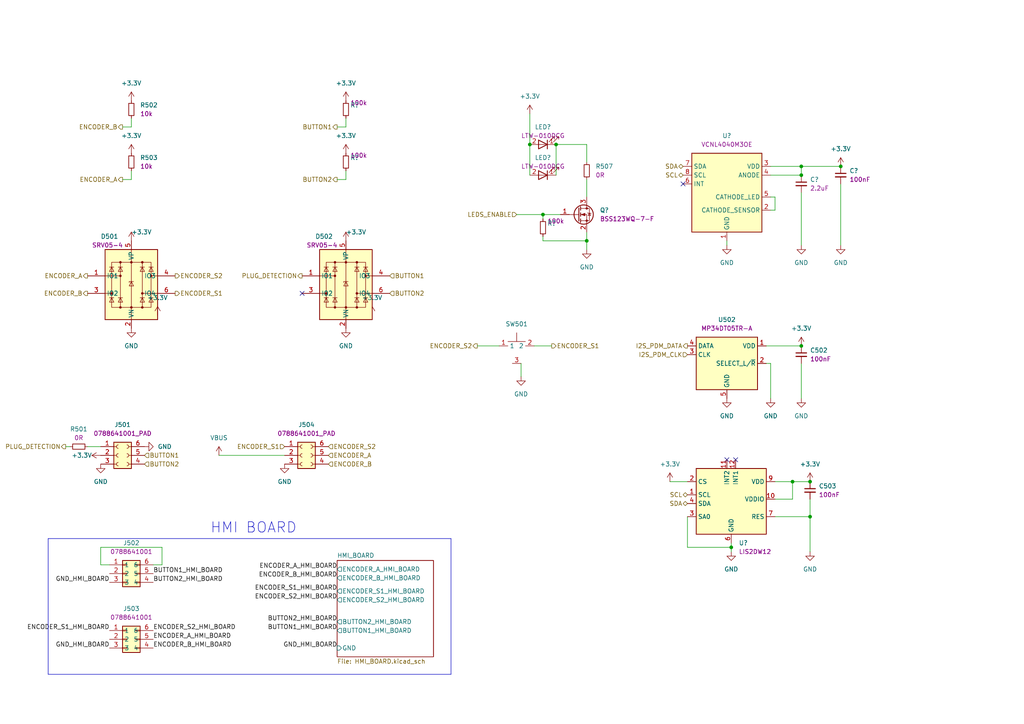
<source format=kicad_sch>
(kicad_sch (version 20230121) (generator eeschema)
  (paper "A4")
  (lib_symbols
    (symbol ".mounted-lib:C_0402_100nF_50V_X7R_10%" (pin_numbers hide)
      (property "Reference" "C?" (at 1.905 0 0))
      (property "DisplayValue" "100nF" (at 1.905 1.905 0))
      (symbol "C_0402_100nF_50V_X7R_10%_0_1"
        (polyline (pts (xy -1.524 -0.508) (xy 1.524 -0.508)) (stroke (width 0.3302)))
        (polyline (pts (xy -1.524 0.508) (xy 1.524 0.508)) (stroke (width 0.3048)))
      )
      (symbol "C_0402_100nF_50V_X7R_10%_1_1"
        (pin passive line (at 0 2.54 270) (length 2.032) (name "~") (number "1"))
        (pin passive line (at 0 -2.54 90) (length 2.032) (name "~") (number "2"))
      )
    )
    (symbol ".mounted-lib:C_0603_2.2uF_10V_X7R_10%" (pin_numbers hide)
      (property "Reference" "C?" (at 1.905 0 0))
      (property "DisplayValue" "2.2uF" (at 1.905 1.905 0))
      (symbol "C_0603_2.2uF_10V_X7R_10%_0_1"
        (polyline (pts (xy -1.524 -0.508) (xy 1.524 -0.508)) (stroke (width 0.3302)))
        (polyline (pts (xy -1.524 0.508) (xy 1.524 0.508)) (stroke (width 0.3048)))
      )
      (symbol "C_0603_2.2uF_10V_X7R_10%_1_1"
        (pin passive line (at 0 2.54 270) (length 2.032) (name "~") (number "1"))
        (pin passive line (at 0 -2.54 90) (length 2.032) (name "~") (number "2"))
      )
    )
    (symbol ".mounted-lib:D_SRV05-4"
      (property "Reference" "D?" (at 1.27 6.35 0))
      (property "DisplayValue" "SRV05-4" (at 10.16 -7.62 0))
      (symbol "D_SRV05-4_0_0"
        (rectangle (start -5.715 6.477) (end 5.715 -6.604))
        (polyline (pts (xy -3.175 -6.604) (xy -3.175 6.477)))
        (polyline (pts (xy 3.175 6.477) (xy 3.175 -6.604)))
      )
      (symbol "D_SRV05-4_0_1"
        (rectangle (start -7.62 10.16) (end 7.62 -10.16) (stroke (width 0.254)) (fill (type background)))
        (circle (center -5.715 -2.54) (radius 0.2794) (fill (type outline)))
        (circle (center -3.175 -6.604) (radius 0.2794) (fill (type outline)))
        (circle (center -3.175 2.54) (radius 0.2794) (fill (type outline)))
        (circle (center -3.175 6.477) (radius 0.2794) (fill (type outline)))
        (circle (center 0 -6.604) (radius 0.2794) (fill (type outline)))
        (polyline (pts (xy -7.747 2.54) (xy -3.175 2.54)))
        (polyline (pts (xy -7.62 -2.54) (xy -5.715 -2.54)))
        (polyline (pts (xy -5.08 -3.81) (xy -6.35 -3.81)))
        (polyline (pts (xy -5.08 5.08) (xy -6.35 5.08)))
        (polyline (pts (xy -2.54 -3.81) (xy -3.81 -3.81)))
        (polyline (pts (xy -2.54 5.08) (xy -3.81 5.08)))
        (polyline (pts (xy 0 10.16) (xy 0 -10.16)))
        (polyline (pts (xy 3.81 -3.81) (xy 2.54 -3.81)))
        (polyline (pts (xy 3.81 5.08) (xy 2.54 5.08)))
        (polyline (pts (xy 6.35 -3.81) (xy 5.08 -3.81)))
        (polyline (pts (xy 6.35 5.08) (xy 5.08 5.08)))
        (polyline (pts (xy 7.62 -2.54) (xy 3.175 -2.54)))
        (polyline (pts (xy 7.62 2.54) (xy 5.715 2.54)))
        (polyline (pts (xy 0.635 0.889) (xy -0.635 0.889) (xy -0.635 0.635)))
        (polyline (pts (xy -5.08 -5.08) (xy -6.35 -5.08) (xy -5.715 -3.81) (xy -5.08 -5.08)))
        (polyline (pts (xy -5.08 3.81) (xy -6.35 3.81) (xy -5.715 5.08) (xy -5.08 3.81)))
        (polyline (pts (xy -2.54 -5.08) (xy -3.81 -5.08) (xy -3.175 -3.81) (xy -2.54 -5.08)))
        (polyline (pts (xy -2.54 3.81) (xy -3.81 3.81) (xy -3.175 5.08) (xy -2.54 3.81)))
        (polyline (pts (xy 0.635 -0.381) (xy -0.635 -0.381) (xy 0 0.889) (xy 0.635 -0.381)))
        (polyline (pts (xy 3.81 -5.08) (xy 2.54 -5.08) (xy 3.175 -3.81) (xy 3.81 -5.08)))
        (polyline (pts (xy 3.81 3.81) (xy 2.54 3.81) (xy 3.175 5.08) (xy 3.81 3.81)))
        (polyline (pts (xy 6.35 -5.08) (xy 5.08 -5.08) (xy 5.715 -3.81) (xy 6.35 -5.08)))
        (polyline (pts (xy 6.35 3.81) (xy 5.08 3.81) (xy 5.715 5.08) (xy 6.35 3.81)))
        (circle (center 0 6.477) (radius 0.2794) (fill (type outline)))
        (circle (center 3.175 -6.604) (radius 0.2794) (fill (type outline)))
        (circle (center 3.175 -2.54) (radius 0.2794) (fill (type outline)))
        (circle (center 3.175 6.477) (radius 0.2794) (fill (type outline)))
        (circle (center 5.715 2.54) (radius 0.2794) (fill (type outline)))
      )
      (symbol "D_SRV05-4_1_1"
        (pin passive line (at -12.7 2.54 0) (length 5.08) (name "IO1") (number "1"))
        (pin passive line (at 0 -12.7 90) (length 2.54) (name "VN") (number "2"))
        (pin passive line (at -12.7 -2.54 0) (length 5.08) (name "IO2") (number "3"))
        (pin passive line (at 12.7 2.54 180) (length 5.08) (name "IO3") (number "4"))
        (pin passive line (at 0 12.7 270) (length 2.54) (name "VP") (number "5"))
        (pin passive line (at 12.7 -2.54 180) (length 5.08) (name "IO4") (number "6"))
      )
    )
    (symbol ".mounted-lib:J_0788641001"
      (property "Reference" "J?" (at 0 7.62 0))
      (property "DisplayValue" "0788641001" (at 0 5.08 0))
      (symbol "J_0788641001_1_1"
        (rectangle (start -2.54 -2.413) (end -1.27 -2.667) (stroke (width 0.1524)))
        (rectangle (start -2.54 0.127) (end -1.27 -0.127) (stroke (width 0.1524)))
        (rectangle (start -2.54 2.667) (end -1.27 2.413) (stroke (width 0.1524)))
        (rectangle (start -2.54 3.81) (end 2.54 -3.81) (stroke (width 0.254)) (fill (type background)))
        (rectangle (start 2.54 -2.413) (end 1.27 -2.667) (stroke (width 0.1524)))
        (rectangle (start 2.54 0.127) (end 1.27 -0.127) (stroke (width 0.1524)))
        (rectangle (start 2.54 2.667) (end 1.27 2.413) (stroke (width 0.1524)))
        (pin passive line (at -6.35 2.54 0) (length 3.81) (name "1") (number "1"))
        (pin passive line (at -6.35 0 0) (length 3.81) (name "2") (number "2"))
        (pin passive line (at -6.35 -2.54 0) (length 3.81) (name "3") (number "3"))
        (pin passive line (at 6.35 -2.54 180) (length 3.81) (name "4") (number "4"))
        (pin passive line (at 6.35 0 180) (length 3.81) (name "5") (number "5"))
        (pin passive line (at 6.35 2.54 180) (length 3.81) (name "6") (number "6"))
      )
    )
    (symbol ".mounted-lib:J_0788641001_PAD" (in_bom no)
      (property "Reference" "J?" (at 0 7.62 0))
      (property "DisplayValue" "0788641001_PAD" (at 0 5.08 0))
      (symbol "J_0788641001_PAD_1_1"
        (rectangle (start -2.54 3.81) (end 2.54 -3.81) (stroke (width 0.254)) (fill (type background)))
        (arc (start -1.2722 0.508) (mid -1.778 0) (end -1.2722 -0.508) (stroke (width 0.1524)))
        (arc (start -1.2722 3.048) (mid -1.778 2.54) (end -1.2722 2.032) (stroke (width 0.1524)))
        (arc (start -1.27 -2.032) (mid -1.7758 -2.54) (end -1.27 -3.048) (stroke (width 0.1524)))
        (polyline (pts (xy -2.5422 0) (xy -1.7802 0)) (stroke (width 0.1524)))
        (polyline (pts (xy -2.5422 2.54) (xy -1.7802 2.54)) (stroke (width 0.1524)))
        (polyline (pts (xy -2.54 -2.54) (xy -1.778 -2.54)) (stroke (width 0.1524)))
        (polyline (pts (xy 2.54 0) (xy 1.778 0)) (stroke (width 0.1524)))
        (polyline (pts (xy 2.54 2.54) (xy 1.778 2.54)) (stroke (width 0.1524)))
        (polyline (pts (xy 2.5422 -2.54) (xy 1.7802 -2.54)) (stroke (width 0.1524)))
        (arc (start 1.27 -0.508) (mid 1.7758 0) (end 1.27 0.508) (stroke (width 0.1524)))
        (arc (start 1.27 2.032) (mid 1.7758 2.54) (end 1.27 3.048) (stroke (width 0.1524)))
        (arc (start 1.2722 -3.048) (mid 1.778 -2.54) (end 1.2722 -2.032) (stroke (width 0.1524)))
        (pin passive line (at -6.35 2.54 0) (length 3.81) (name "") (number "1"))
        (pin passive line (at -6.35 0 0) (length 3.81) (name "") (number "2"))
        (pin passive line (at -6.35 -2.54 0) (length 3.81) (name "") (number "3"))
        (pin passive line (at 6.35 -2.54 180) (length 3.81) (name "") (number "4"))
        (pin passive line (at 6.35 0 180) (length 3.81) (name "") (number "5"))
        (pin passive line (at 6.35 2.54 180) (length 3.81) (name "") (number "6"))
      )
    )
    (symbol ".mounted-lib:LED_LTW-010DCG" (pin_names hide)
      (property "Reference" "LED?" (at -5.08 7.62 0))
      (property "DisplayValue" "LTW-010DCG" (at -5.08 3.81 0))
      (symbol "LED_LTW-010DCG_0_1"
        (polyline (pts (xy 1.27 0) (xy -1.27 0)))
        (polyline (pts (xy 1.27 1.27) (xy 1.27 -1.27)) (stroke (width 0.254)))
        (polyline (pts (xy -1.27 1.27) (xy -1.27 -1.27) (xy 1.27 0) (xy -1.27 1.27)) (stroke (width 0.254)))
        (polyline (pts (xy 1.778 0.762) (xy 3.302 2.286) (xy 2.54 2.286) (xy 3.302 2.286) (xy 3.302 1.524)))
        (polyline (pts (xy 3.048 0.762) (xy 4.572 2.286) (xy 3.81 2.286) (xy 4.572 2.286) (xy 4.572 1.524)))
      )
      (symbol "LED_LTW-010DCG_1_1"
        (pin passive line (at 3.81 0 180) (length 2.54) (name "K") (number "1"))
        (pin passive line (at -3.81 0 0) (length 2.54) (name "A") (number "2"))
      )
    )
    (symbol ".mounted-lib:Q_BSS123WQ-7-F" (pin_names hide)
      (property "Reference" "Q?" (at 5.08 1.905 0))
      (property "DisplayValue" "BSS123WQ-7-F" (at 5.08 0 0))
      (symbol "Q_BSS123WQ-7-F_0_1"
        (polyline (pts (xy 0.254 0) (xy -2.54 0)))
        (polyline (pts (xy 0.254 1.905) (xy 0.254 -1.905)) (stroke (width 0.254)))
        (polyline (pts (xy 0.762 -1.27) (xy 0.762 -2.286)) (stroke (width 0.254)))
        (polyline (pts (xy 0.762 0.508) (xy 0.762 -0.508)) (stroke (width 0.254)))
        (polyline (pts (xy 0.762 2.286) (xy 0.762 1.27)) (stroke (width 0.254)))
        (polyline (pts (xy 2.54 2.54) (xy 2.54 1.778)))
        (polyline (pts (xy 2.54 -2.54) (xy 2.54 0) (xy 0.762 0)))
        (polyline (pts (xy 0.762 -1.778) (xy 3.302 -1.778) (xy 3.302 1.778) (xy 0.762 1.778)))
        (polyline (pts (xy 1.016 0) (xy 2.032 0.381) (xy 2.032 -0.381) (xy 1.016 0)) (fill (type outline)))
        (polyline (pts (xy 2.794 0.508) (xy 2.921 0.381) (xy 3.683 0.381) (xy 3.81 0.254)))
        (polyline (pts (xy 3.302 0.381) (xy 2.921 -0.254) (xy 3.683 -0.254) (xy 3.302 0.381)))
        (circle (center 1.651 0) (radius 2.794) (stroke (width 0.254)))
        (circle (center 2.54 -1.778) (radius 0.254) (fill (type outline)))
        (circle (center 2.54 1.778) (radius 0.254) (fill (type outline)))
      )
      (symbol "Q_BSS123WQ-7-F_1_1"
        (pin input line (at -5.08 0 0) (length 2.54) (name "G") (number "1"))
        (pin passive line (at 2.54 -5.08 90) (length 2.54) (name "S") (number "2"))
        (pin passive line (at 2.54 5.08 270) (length 2.54) (name "D") (number "3"))
      )
    )
    (symbol ".mounted-lib:R_0402_0R_1%_0.06W" (pin_numbers hide)
      (property "Reference" "R?" (at 1.27 0 0))
      (property "DisplayValue" "0R" (at 1.27 1.905 0))
      (symbol "R_0402_0R_1%_0.06W_0_1"
        (rectangle (start -0.762 1.778) (end 0.762 -1.778) (stroke (width 0.2032)))
      )
      (symbol "R_0402_0R_1%_0.06W_1_1"
        (pin passive line (at 0 2.54 270) (length 0.762) (name "~") (number "1"))
        (pin passive line (at 0 -2.54 90) (length 0.762) (name "~") (number "2"))
      )
    )
    (symbol ".mounted-lib:R_0402_100k_1%_0.06W" (pin_numbers hide)
      (property "Reference" "R?" (at 1.27 0 0))
      (property "DisplayValue" "100k" (at 1.27 1.905 0))
      (symbol "R_0402_100k_1%_0.06W_0_1"
        (rectangle (start -0.762 1.778) (end 0.762 -1.778) (stroke (width 0.2032)))
      )
      (symbol "R_0402_100k_1%_0.06W_1_1"
        (pin passive line (at 0 2.54 270) (length 0.762) (name "~") (number "1"))
        (pin passive line (at 0 -2.54 90) (length 0.762) (name "~") (number "2"))
      )
    )
    (symbol ".mounted-lib:R_0402_10k_1%_0.06W" (pin_numbers hide)
      (property "Reference" "R?" (at 1.27 0 0))
      (property "DisplayValue" "10k" (at 1.27 1.905 0))
      (symbol "R_0402_10k_1%_0.06W_0_1"
        (rectangle (start -0.762 1.778) (end 0.762 -1.778) (stroke (width 0.2032)))
      )
      (symbol "R_0402_10k_1%_0.06W_1_1"
        (pin passive line (at 0 2.54 270) (length 0.762) (name "~") (number "1"))
        (pin passive line (at 0 -2.54 90) (length 0.762) (name "~") (number "2"))
      )
    )
    (symbol ".mounted-lib:SW_SKRTLAE010"
      (property "Reference" "SW?" (at -2.54 3.81 0))
      (symbol "SW_SKRTLAE010_0_1"
        (polyline (pts (xy 0 2.54) (xy 0 0) (xy 2.54 0) (xy -2.54 0)))
      )
      (symbol "SW_SKRTLAE010_1_1"
        (pin input line (at -5.08 -1.27 0) (length 2.54) (name "1") (number "1"))
        (pin output line (at 5.08 -1.27 180) (length 2.54) (name "2") (number "2"))
        (pin passive line (at 1.27 -6.35 180) (length 2.54) (name "") (number "3"))
      )
    )
    (symbol ".mounted-lib:U_LIS2DW12"
      (property "Reference" "U?" (at -11.43 26.67 0))
      (property "DisplayValue" "LIS2DW12" (at -40.64 19.05 0))
      (symbol "U_LIS2DW12_0_1"
        (rectangle (start -10.16 10.16) (end 10.16 -8.89) (stroke (width 0.254)) (fill (type background)))
      )
      (symbol "U_LIS2DW12_1_0"
        (pin power_in line (at 12.7 1.27 180) (length 2.54) (name "VDDIO") (number "10"))
        (pin power_in line (at -1.27 12.7 270) (length 2.54) (name "INT2") (number "11"))
        (pin power_in line (at 1.27 12.7 270) (length 2.54) (name "INT1") (number "12"))
        (pin no_connect line (at -3.81 -11.43 90) (length 2.54) hide (name "NC") (number "5"))
        (pin passive line (at 0 -11.43 90) (length 2.54) (name "GND") (number "6"))
        (pin passive line (at 12.7 -3.81 180) (length 2.54) (name "RES") (number "7"))
        (pin passive line (at 0 -11.43 90) (length 2.54) hide (name "GND") (number "8"))
        (pin power_in line (at 12.7 6.35 180) (length 2.54) (name "VDD") (number "9"))
      )
      (symbol "U_LIS2DW12_1_1"
        (pin passive line (at -12.7 2.54 0) (length 2.54) (name "SCL") (number "1"))
        (pin passive line (at -12.7 6.35 0) (length 2.54) (name "CS") (number "2"))
        (pin passive line (at -12.7 -3.81 0) (length 2.54) (name "SA0") (number "3"))
        (pin passive line (at -12.7 0 0) (length 2.54) (name "SDA") (number "4"))
      )
    )
    (symbol ".mounted-lib:U_MP34DT05TR-A"
      (property "Reference" "U?" (at -8.89 12.7 0))
      (property "DisplayValue" "MP34DT05TR-A" (at -8.89 10.16 0))
      (symbol "U_MP34DT05TR-A_0_1"
        (rectangle (start -8.89 7.62) (end 8.89 -7.62) (stroke (width 0.254)) (fill (type background)))
      )
      (symbol "U_MP34DT05TR-A_1_0"
        (pin power_in line (at 11.43 5.08 180) (length 2.54) (name "VDD") (number "1"))
        (pin passive line (at 11.43 0 180) (length 2.54) (name "SELECT_L/~{R}") (number "2"))
        (pin input line (at -11.43 2.54 0) (length 2.54) (name "CLK") (number "3"))
        (pin passive line (at 0 -10.16 90) (length 2.54) (name "GND") (number "5"))
      )
      (symbol "U_MP34DT05TR-A_1_1"
        (pin output line (at -11.43 5.08 0) (length 2.54) (name "DATA") (number "4"))
      )
    )
    (symbol ".mounted-lib:U_VCNL4040M3OE"
      (property "Reference" "U?" (at -10.16 15.24 0))
      (property "DisplayValue" "VCNL4040M3OE" (at -10.16 12.7 0))
      (symbol "U_VCNL4040M3OE_0_1"
        (rectangle (start -10.16 11.43) (end 10.16 -11.43) (stroke (width 0.254)) (fill (type background)))
      )
      (symbol "U_VCNL4040M3OE_1_0"
        (pin passive line (at 12.7 -5.08 180) (length 2.54) (name "CATHODE_SENSOR") (number "2"))
        (pin power_in line (at 12.7 7.62 180) (length 2.54) (name "VDD") (number "3"))
        (pin passive line (at 12.7 5.08 180) (length 2.54) (name "ANODE") (number "4"))
        (pin passive line (at 12.7 -1.27 180) (length 2.54) (name "CATHODE_LED") (number "5"))
        (pin passive line (at -12.7 2.54 0) (length 2.54) (name "INT") (number "6"))
        (pin passive line (at -12.7 7.62 0) (length 2.54) (name "SDA") (number "7"))
        (pin passive line (at -12.7 5.08 0) (length 2.54) (name "SCL") (number "8"))
      )
      (symbol "U_VCNL4040M3OE_1_1"
        (pin passive line (at 0 -13.97 90) (length 2.54) (name "GND") (number "1"))
      )
    )
    (symbol "power:+3.3V" (power) (pin_names (offset 0))
      (property "Value" "+3.3V" (at 0 3.556 0))
      (symbol "+3.3V_0_1"
        (polyline (pts (xy -0.762 1.27) (xy 0 2.54)))
        (polyline (pts (xy 0 0) (xy 0 2.54)))
        (polyline (pts (xy 0 2.54) (xy 0.762 1.27)))
      )
      (symbol "+3.3V_1_1"
        (pin power_in line (at 0 0 90) (length 0) hide (name "+3.3V") (number "1"))
      )
    )
    (symbol "power:GND" (power) (pin_names (offset 0))
      (property "Value" "GND" (at 0 -3.81 0))
      (symbol "GND_0_1"
        (polyline (pts (xy 0 0) (xy 0 -1.27) (xy 1.27 -1.27) (xy 0 -2.54) (xy -1.27 -1.27) (xy 0 -1.27)))
      )
      (symbol "GND_1_1"
        (pin power_in line (at 0 0 270) (length 0) hide (name "GND") (number "1"))
      )
    )
    (symbol "power:VBUS" (power) (pin_names (offset 0))
      (property "Value" "VBUS" (at 0 3.81 0))
      (symbol "VBUS_0_1"
        (polyline (pts (xy -0.762 1.27) (xy 0 2.54)))
        (polyline (pts (xy 0 0) (xy 0 2.54)))
        (polyline (pts (xy 0 2.54) (xy 0.762 1.27)))
      )
      (symbol "VBUS_1_1"
        (pin power_in line (at 0 0 90) (length 0) hide (name "VBUS") (number "1"))
      )
    )
  )
  (junction (at 161.29 41.91))
  (junction (at 232.41 48.26))
  (junction (at 229.87 139.7))
  (junction (at 243.84 48.26))
  (junction (at 153.67 41.91))
  (junction (at 232.41 50.8))
  (junction (at 232.41 100.33))
  (junction (at 157.48 62.23))
  (junction (at 234.95 139.7))
  (junction (at 212.09 158.75))
  (junction (at 170.18 69.85))
  (junction (at 234.95 149.86))
  (no_connect (at 198.12 53.34))
  (no_connect (at 210.82 133.35))
  (no_connect (at 213.36 133.35))
  (no_connect (at 87.63 85.09))
  (wire (pts (xy 232.41 71.12) (xy 232.41 55.88)))
  (wire (pts (xy 229.87 139.7) (xy 234.95 139.7)))
  (wire (pts (xy 100.33 52.07) (xy 100.33 49.53)))
  (polyline (pts (xy 13.97 156.21) (xy 13.97 195.58)))
  (wire (pts (xy 100.33 36.83) (xy 100.33 34.29)))
  (wire (pts (xy 229.87 144.78) (xy 229.87 139.7)))
  (wire (pts (xy 157.48 68.58) (xy 157.48 69.85)))
  (wire (pts (xy 170.18 41.91) (xy 161.29 41.91)))
  (wire (pts (xy 153.67 41.91) (xy 153.67 50.8)))
  (wire (pts (xy 212.09 160.02) (xy 212.09 158.75)))
  (wire (pts (xy 222.25 100.33) (xy 232.41 100.33)))
  (wire (pts (xy 46.99 158.75) (xy 29.21 158.75)))
  (wire (pts (xy 224.79 149.86) (xy 234.95 149.86)))
  (wire (pts (xy 170.18 46.99) (xy 170.18 41.91)))
  (wire (pts (xy 19.05 129.54) (xy 20.32 129.54)))
  (wire (pts (xy 97.79 36.83) (xy 100.33 36.83)))
  (wire (pts (xy 29.21 163.83) (xy 31.75 163.83)))
  (wire (pts (xy 199.39 158.75) (xy 212.09 158.75)))
  (wire (pts (xy 63.5 132.08) (xy 82.55 132.08)))
  (polyline (pts (xy 130.81 195.58) (xy 13.97 195.58)))
  (wire (pts (xy 232.41 48.26) (xy 232.41 50.8)))
  (wire (pts (xy 161.29 41.91) (xy 161.29 50.8)))
  (wire (pts (xy 149.86 62.23) (xy 157.48 62.23)))
  (polyline (pts (xy 130.81 156.21) (xy 130.81 195.58)))
  (wire (pts (xy 234.95 149.86) (xy 234.95 160.02)))
  (wire (pts (xy 199.39 149.86) (xy 199.39 158.75)))
  (wire (pts (xy 35.56 52.07) (xy 38.1 52.07)))
  (wire (pts (xy 234.95 144.78) (xy 234.95 149.86)))
  (wire (pts (xy 194.31 139.7) (xy 199.39 139.7)))
  (wire (pts (xy 170.18 52.07) (xy 170.18 57.15)))
  (wire (pts (xy 232.41 48.26) (xy 243.84 48.26)))
  (wire (pts (xy 243.84 71.12) (xy 243.84 53.34)))
  (wire (pts (xy 44.45 163.83) (xy 46.99 163.83)))
  (wire (pts (xy 35.56 36.83) (xy 38.1 36.83)))
  (wire (pts (xy 29.21 158.75) (xy 29.21 163.83)))
  (wire (pts (xy 223.52 57.15) (xy 224.79 57.15)))
  (wire (pts (xy 223.52 48.26) (xy 232.41 48.26)))
  (wire (pts (xy 38.1 36.83) (xy 38.1 34.29)))
  (wire (pts (xy 224.79 60.96) (xy 223.52 60.96)))
  (wire (pts (xy 170.18 67.31) (xy 170.18 69.85)))
  (wire (pts (xy 25.4 129.54) (xy 29.21 129.54)))
  (wire (pts (xy 38.1 52.07) (xy 38.1 49.53)))
  (wire (pts (xy 223.52 105.41) (xy 223.52 115.57)))
  (wire (pts (xy 170.18 69.85) (xy 170.18 72.39)))
  (wire (pts (xy 46.99 163.83) (xy 46.99 158.75)))
  (wire (pts (xy 222.25 105.41) (xy 223.52 105.41)))
  (wire (pts (xy 224.79 139.7) (xy 229.87 139.7)))
  (polyline (pts (xy 13.97 156.21) (xy 130.81 156.21)))
  (wire (pts (xy 157.48 63.5) (xy 157.48 62.23)))
  (wire (pts (xy 97.79 52.07) (xy 100.33 52.07)))
  (wire (pts (xy 212.09 158.75) (xy 212.09 157.48)))
  (wire (pts (xy 157.48 62.23) (xy 162.56 62.23)))
  (wire (pts (xy 210.82 71.12) (xy 210.82 69.85)))
  (wire (pts (xy 151.13 109.22) (xy 151.13 105.41)))
  (wire (pts (xy 224.79 57.15) (xy 224.79 60.96)))
  (wire (pts (xy 153.67 33.02) (xy 153.67 41.91)))
  (wire (pts (xy 224.79 144.78) (xy 229.87 144.78)))
  (wire (pts (xy 138.43 100.33) (xy 144.78 100.33)))
  (wire (pts (xy 160.02 100.33) (xy 154.94 100.33)))
  (wire (pts (xy 157.48 69.85) (xy 170.18 69.85)))
  (wire (pts (xy 223.52 50.8) (xy 232.41 50.8)))
  (wire (pts (xy 232.41 105.41) (xy 232.41 115.57)))
  (text "HMI BOARD\n" (at 60.96 154.94 0) (effects (font (size 3 3)) (justify left bottom)))
  (label "ENCODER_A_HMI_BOARD" (at 97.79 165.1 180))
  (label "BUTTON1_HMI_BOARD" (at 97.79 182.88 180))
  (label "ENCODER_B_HMI_BOARD" (at 44.45 187.96 0))
  (label "ENCODER_A_HMI_BOARD" (at 44.45 185.42 0))
  (label "GND_HMI_BOARD" (at 31.75 187.96 180))
  (label "GND_HMI_BOARD" (at 31.75 168.91 180))
  (label "ENCODER_S1_HMI_BOARD" (at 97.79 171.45 180))
  (label "ENCODER_B_HMI_BOARD" (at 97.79 167.64 180))
  (label "ENCODER_S2_HMI_BOARD" (at 97.79 173.99 180))
  (label "ENCODER_S2_HMI_BOARD" (at 44.45 182.88 0))
  (label "BUTTON2_HMI_BOARD" (at 44.45 168.91 0))
  (label "BUTTON2_HMI_BOARD" (at 97.79 180.34 180))
  (label "GND_HMI_BOARD" (at 97.79 187.96 180))
  (label "BUTTON1_HMI_BOARD" (at 44.45 166.37 0))
  (label "ENCODER_S1_HMI_BOARD" (at 31.75 182.88 180))
  (hierarchical_label "ENCODER_A" (shape output) (at 35.56 52.07 180))
  (hierarchical_label "PLUG_DETECTION" (shape output) (at 87.63 80.01 180))
  (hierarchical_label "ENCODER_A" (shape output) (at 25.4 80.01 180))
  (hierarchical_label "ENCODER_S2" (shape input) (at 95.25 129.54 0))
  (hierarchical_label "ENCODER_B" (shape output) (at 25.4 85.09 180))
  (hierarchical_label "BUTTON1" (shape input) (at 113.03 80.01 0))
  (hierarchical_label "ENCODER_B" (shape input) (at 95.25 134.62 0))
  (hierarchical_label "SCL" (shape bidirectional) (at 198.12 50.8 180))
  (hierarchical_label "I2S_PDM_DATA" (shape output) (at 199.39 100.33 180))
  (hierarchical_label "BUTTON1" (shape input) (at 41.91 132.08 0))
  (hierarchical_label "ENCODER_S2" (shape output) (at 138.43 100.33 180))
  (hierarchical_label "BUTTON2" (shape output) (at 97.79 52.07 180))
  (hierarchical_label "ENCODER_S2" (shape output) (at 50.8 80.01 0))
  (hierarchical_label "BUTTON2" (shape input) (at 41.91 134.62 0))
  (hierarchical_label "SDA" (shape bidirectional) (at 198.12 48.26 180))
  (hierarchical_label "ENCODER_S1" (shape output) (at 50.8 85.09 0))
  (hierarchical_label "BUTTON1" (shape output) (at 97.79 36.83 180))
  (hierarchical_label "LEDS_ENABLE" (shape input) (at 149.86 62.23 180))
  (hierarchical_label "SCL" (shape bidirectional) (at 199.39 143.51 180))
  (hierarchical_label "SDA" (shape bidirectional) (at 199.39 146.05 180))
  (hierarchical_label "BUTTON2" (shape input) (at 113.03 85.09 0))
  (hierarchical_label "ENCODER_S1" (shape input) (at 82.55 129.54 180))
  (hierarchical_label "ENCODER_B" (shape output) (at 35.56 36.83 180))
  (hierarchical_label "PLUG_DETECTION" (shape output) (at 19.05 129.54 180))
  (hierarchical_label "I2S_PDM_CLK" (shape input) (at 199.39 102.87 180))
  (hierarchical_label "ENCODER_S1" (shape output) (at 160.02 100.33 0))
  (hierarchical_label "ENCODER_A" (shape input) (at 95.25 132.08 0))
  (symbol (lib_id ".mounted-lib:LED_LTW-010DCG") (at 157.48 50.8 0) (unit 1)
    (property "Reference" "LED?" (at 157.48 45.72 0))
    (property "Value" "LED_LTW-010DCG" (effects hide))
    (property "Footprint" ".mounted-lib:LED_LTW-010DCG" (effects hide))
    (property "Datasheet" "https://optoelectronics.liteon.com/upload/download/DS22-2010-0013/LTW-010DCG%20DS_171030.PDF" (effects hide))
    (property "Manufacturer" "Lite-On" (effects hide))
    (property "MPN" "LTW-010DCG" (effects hide))
    (property "DisplayValue" "LTW-010DCG" (at 157.48 48.26 0))
    (property "CMP_ID" "1089" (effects hide))
    (property "Category" "DIODE" (effects hide))
    (property "Family" "LED" (effects hide))
    (property "_Created" "JCN 2023-11-21" (effects hide))
    (property "Mount" "SMD" (effects hide))
    (property "Package" "LTW-010" (effects hide))
    (property "TempMin_C" "-30°C" (effects hide))
    (property "TempMax_C" "+85°C" (effects hide))
    (property "Automotive" "N" (effects hide))
    (property "MaxHeight_mm" "0.4mm" (effects hide))
    (instances (project "AugMounted_DevBoard" (path "" (reference "LED?") (unit 1)) (path "" (reference "LED503") (unit 1))))
  )
  (symbol (lib_id "power:GND") (at 223.52 115.57 0) (unit 1)
    (property "Reference" "#PWR0523" (effects hide))
    (property "Value" "GND" (at 223.52 120.65 0))
  )
  (symbol (lib_id "power:GND") (at 234.95 160.02 0) (unit 1)
    (property "Reference" "#PWR0528" (effects hide))
    (property "Value" "GND" (at 234.95 165.1 0))
  )
  (symbol (lib_id ".mounted-lib:R_0402_100k_1%_0.06W") (at 157.48 66.04 0) (unit 1)
    (property "Reference" "R?" (at 158.75 64.77 0) (effects (justify left)))
    (property "Value" "R_0402_100k_1%_0.06W" (effects hide))
    (property "Footprint" ".mounted-lib:R_0402_1005Metric" (effects hide))
    (property "Datasheet" "http://127.0.0.1" (effects hide))
    (property "DisplayValue" "100k" (at 158.75 64.135 0) (effects (justify left)))
    (property "CMP_ID" "1068" (effects hide))
    (property "Category" "RESISTOR" (effects hide))
    (property "Family" "THICK FILM" (effects hide))
    (property "_Created" "JCN 2023-11-24" (effects hide))
    (property "_Checked" "JCN 2022-05-18" (effects hide))
    (property "Mount" "SMD" (effects hide))
    (property "Package" "R0402" (effects hide))
    (property "TempMin_C" "-55°C" (effects hide))
    (property "TempMax_C" "155°C" (effects hide))
    (property "Automotive" "Y" (effects hide))
    (property "MaxHeight_mm" "0.35mm" (effects hide))
    (property "Tolerance" "1%" (effects hide))
    (property "Power_W" "0.06W" (effects hide))
    (instances (project "AugMounted_DevBoard" (path "" (reference "R?") (unit 1)) (path "" (reference "R506") (unit 1))))
  )
  (symbol (lib_id ".mounted-lib:J_0788641001") (at 38.1 166.37 0) (unit 1)
    (property "Reference" "J502" (at 38.1 157.48 0))
    (property "Value" "J_0788641001" (effects hide))
    (property "Footprint" ".mounted-lib:J_788641001" (effects hide))
    (property "Datasheet" "https://www.molex.com/en-us/products/part-detail/0788641001" (effects hide))
    (property "Manufacturer" "MOLEX" (effects hide))
    (property "MPN" "0788641001" (effects hide))
    (property "DisplayValue" "0788641001" (at 38.1 160.02 0))
    (property "CMP_ID" "1090" (effects hide))
    (property "Category" "CONNECTOR" (effects hide))
    (property "Family" "SPRING CONNECTOR" (effects hide))
    (property "_Created" "JCN 2023-11-22" (effects hide))
    (property "Mount" "SMD" (effects hide))
    (property "Package" "6 POS" (effects hide))
    (property "TempMin_C" "-40°C" (effects hide))
    (property "TempMax_C" "85°C" (effects hide))
    (property "Automotive" "N" (effects hide))
    (property "MaxHeight_mm" "2mm" (effects hide))
  )
  (symbol (lib_id "power:+3.3V") (at 107.95 91.44 0) (unit 1)
    (property "Reference" "#PWR0515" (effects hide))
    (property "Value" "+3.3V" (at 107.95 86.36 0))
  )
  (symbol (lib_id "power:GND") (at 82.55 134.62 0) (unit 1)
    (property "Reference" "#PWR0510" (effects hide))
    (property "Value" "GND" (at 82.55 139.7 0))
  )
  (symbol (lib_id ".mounted-lib:U_MP34DT05TR-A") (at 210.82 105.41 0) (unit 1)
    (property "Reference" "U502" (at 210.82 92.71 0))
    (property "Value" "MP34DT05TR-A" (effects hide))
    (property "Footprint" ".mounted-lib:U_MP34DT05TR-A" (effects hide))
    (property "Datasheet" "https://www.st.com/content/ccc/resource/technical/document/datasheet/group3/c7/90/d3/f6/b7/e7/40/c8/DM00415595/files/DM00415595.pdf/jcr:content/translations/en.DM00415595.pdf" (effects hide))
    (property "Manufacturer" "ST" (effects hide))
    (property "MPN" "MP34DT05TR-A" (effects hide))
    (property "DisplayValue" "MP34DT05TR-A" (at 210.82 95.25 0))
    (property "CMP_ID" "1085" (effects hide))
    (property "Category" "IC" (effects hide))
    (property "Family" "PDM MICROPHONE" (effects hide))
    (property "_Created" "JCN 2023-11-16" (effects hide))
    (property "_Checked" "___Checked" (effects hide))
    (property "_Confirmed" "___Confirmed" (effects hide))
    (property "Mount" "SMD" (effects hide))
    (property "Package" "HCLGA" (effects hide))
    (property "PartStatus" "___PartStatus" (effects hide))
    (property "TempMin_C" "-40°C" (effects hide))
    (property "TempMax_C" "85°C" (effects hide))
    (property "Automotive" "N" (effects hide))
    (property "MaxHeight_mm" "1mm" (effects hide))
  )
  (symbol (lib_id ".mounted-lib:C_0603_2.2uF_10V_X7R_10%") (at 232.41 53.34 0) (unit 1)
    (property "Reference" "C?" (at 234.95 52.0763 0) (effects (justify left)))
    (property "Value" "C_0603_2.2uF_10V_X7R_10%" (effects hide))
    (property "Footprint" ".mounted-lib:C_0603_1608Metric" (effects hide))
    (property "Datasheet" "http://127.0.0.1" (effects hide))
    (property "DisplayValue" "2.2uF" (at 234.95 54.6163 0) (effects (justify left)))
    (property "CMP_ID" "1064" (effects hide))
    (property "Category" "CAPACITOR" (effects hide))
    (property "Family" "MLCC" (effects hide))
    (property "_Created" "CCN 2022-05-12" (effects hide))
    (property "_Checked" "JCN 2022-05-18" (effects hide))
    (property "_Confirmed" "_Confirmed" (effects hide))
    (property "Mount" "SMD" (effects hide))
    (property "Package" "0603" (effects hide))
    (property "TempMin_C" "-55°C" (effects hide))
    (property "TempMax_C" "125°C" (effects hide))
    (property "Automotive" "N" (effects hide))
    (property "MaxHeight_mm" "0.8mm" (effects hide))
    (property "Voltage" "10V" (effects hide))
    (property "Dielectric" "X7R" (effects hide))
    (property "Tolerance" "10%" (effects hide))
    (instances (project "AugMounted_DevBoard" (path "" (reference "C?") (unit 1)) (path "" (reference "C501") (unit 1))))
  )
  (symbol (lib_id "power:GND") (at 232.41 71.12 0) (unit 1)
    (property "Reference" "#PWR?" (effects hide))
    (property "Value" "GND" (at 232.41 76.2 0))
    (instances (project "AugMounted_DevBoard" (path "" (reference "#PWR?") (unit 1)) (path "" (reference "#PWR0524") (unit 1))))
  )
  (symbol (lib_id "power:+3.3V") (at 194.31 139.7 0) (unit 1)
    (property "Reference" "#PWR0519" (effects hide))
    (property "Value" "+3.3V" (at 194.31 134.62 0))
  )
  (symbol (lib_id ".mounted-lib:J_0788641001") (at 38.1 185.42 0) (unit 1)
    (property "Reference" "J503" (at 38.1 176.53 0))
    (property "Value" "J_0788641001" (effects hide))
    (property "Footprint" ".mounted-lib:J_788641001" (effects hide))
    (property "Datasheet" "https://www.molex.com/en-us/products/part-detail/0788641001" (effects hide))
    (property "Manufacturer" "MOLEX" (effects hide))
    (property "MPN" "0788641001" (effects hide))
    (property "DisplayValue" "0788641001" (at 38.1 179.07 0))
    (property "CMP_ID" "1090" (effects hide))
    (property "Category" "CONNECTOR" (effects hide))
    (property "Family" "SPRING CONNECTOR" (effects hide))
    (property "_Created" "JCN 2023-11-22" (effects hide))
    (property "Mount" "SMD" (effects hide))
    (property "Package" "6 POS" (effects hide))
    (property "TempMin_C" "-40°C" (effects hide))
    (property "TempMax_C" "85°C" (effects hide))
    (property "Automotive" "N" (effects hide))
    (property "MaxHeight_mm" "2mm" (effects hide))
  )
  (symbol (lib_id "power:GND") (at 210.82 115.57 0) (unit 1)
    (property "Reference" "#PWR0521" (effects hide))
    (property "Value" "GND" (at 210.82 120.65 0))
  )
  (symbol (lib_id "power:GND") (at 38.1 95.25 0) (unit 1)
    (property "Reference" "#PWR0506" (effects hide))
    (property "Value" "GND" (at 38.1 100.33 0))
  )
  (symbol (lib_id ".mounted-lib:U_VCNL4040M3OE") (at 210.82 55.88 0) (unit 1)
    (property "Reference" "U?" (at 210.82 39.37 0))
    (property "Value" "U_VCNL4040M3OE" (effects hide))
    (property "Footprint" ".mounted-lib:VCNL4040_4X2X1.1_VISHAY" (effects hide))
    (property "Datasheet" "https://datasheet.lcsc.com/lcsc/1811090420_Vishay-Intertech-VCNL4040M3OE_C142526.pdf" (effects hide))
    (property "Manufacturer" "VISHAY" (effects hide))
    (property "MPN" "VCNL4040M3OE" (effects hide))
    (property "DisplayValue" "VCNL4040M3OE" (at 210.82 41.91 0))
    (property "CMP_ID" "1063" (effects hide))
    (property "Category" "IC" (effects hide))
    (property "Family" "PROXIMITY SENSOR" (effects hide))
    (property "_Created" "JCN 2023-11-11" (effects hide))
    (property "_Checked" "___Checked" (effects hide))
    (property "_Confirmed" "___Confirmed" (effects hide))
    (property "Mount" "SMD" (effects hide))
    (property "Package" " SMD-8P" (effects hide))
    (property "PartStatus" "___PartStatus" (effects hide))
    (property "TempMin_C" "-40°C" (effects hide))
    (property "TempMax_C" "85°C" (effects hide))
    (property "Automotive" "N" (effects hide))
    (property "MaxHeight_mm" "1.1mm" (effects hide))
    (instances (project "AugMounted_DevBoard" (path "" (reference "U?") (unit 1)) (path "" (reference "U501") (unit 1))))
  )
  (symbol (lib_id ".mounted-lib:R_0402_100k_1%_0.06W") (at 100.33 46.99 0) (unit 1)
    (property "Reference" "R?" (at 101.6 45.72 0) (effects (justify left)))
    (property "Value" "R_0402_100k_1%_0.06W" (effects hide))
    (property "Footprint" ".mounted-lib:R_0402_1005Metric" (effects hide))
    (property "Datasheet" "http://127.0.0.1" (effects hide))
    (property "DisplayValue" "100k" (at 101.6 45.085 0) (effects (justify left)))
    (property "CMP_ID" "1068" (effects hide))
    (property "Category" "RESISTOR" (effects hide))
    (property "Family" "THICK FILM" (effects hide))
    (property "_Created" "JCN 2023-11-24" (effects hide))
    (property "_Checked" "JCN 2022-05-18" (effects hide))
    (property "Mount" "SMD" (effects hide))
    (property "Package" "R0402" (effects hide))
    (property "TempMin_C" "-55°C" (effects hide))
    (property "TempMax_C" "155°C" (effects hide))
    (property "Automotive" "Y" (effects hide))
    (property "MaxHeight_mm" "0.35mm" (effects hide))
    (property "Tolerance" "1%" (effects hide))
    (property "Power_W" "0.06W" (effects hide))
    (instances (project "AugMounted_DevBoard" (path "" (reference "R?") (unit 1)) (path "" (reference "R505") (unit 1))))
  )
  (symbol (lib_id ".mounted-lib:D_SRV05-4") (at 38.1 82.55 0) (unit 1)
    (property "Reference" "D501" (at 29.21 68.58 0) (effects (justify left)))
    (property "Value" "D_SRV05-4" (effects hide))
    (property "Footprint" ".mounted-lib:SOT-23-6_TECH_PUBLIC" (effects hide))
    (property "Datasheet" "https://datasheet.lcsc.com/lcsc/2108131930_TECH-PUBLIC-SRV05-4_C558418.pdf" (effects hide))
    (property "Manufacturer" "TECH PUBLIC" (effects hide))
    (property "MPN" "SRV05-4" (effects hide))
    (property "DisplayValue" "SRV05-4" (at 26.67 71.12 0) (effects (justify left)))
    (property "CMP_ID" "1053" (effects hide))
    (property "Category" "DIODE" (effects hide))
    (property "Family" "TVS" (effects hide))
    (property "_Created" "MAR 2022-07-25" (effects hide))
    (property "Mount" "SMD" (effects hide))
    (property "Package" "SOT-23-6" (effects hide))
    (property "TempMin_C" "-55°C" (effects hide))
    (property "TempMax_C" "150°C" (effects hide))
    (property "Automotive" "N" (effects hide))
    (property "MaxHeight_mm" "1.45 mm" (effects hide))
  )
  (symbol (lib_id "power:+3.3V") (at 38.1 29.21 0) (mirror y) (unit 1)
    (property "Reference" "#PWR0503" (effects hide))
    (property "Value" "+3.3V" (at 38.1 24.13 0))
  )
  (symbol (lib_id ".mounted-lib:Q_BSS123WQ-7-F") (at 167.64 62.23 0) (unit 1)
    (property "Reference" "Q?" (at 173.99 60.96 0) (effects (justify left)))
    (property "Value" "Q_BSS123WQ-7-F" (effects hide))
    (property "Footprint" ".mounted-lib:SOT-323_SC-70_DIODES_INC" (effects hide))
    (property "Datasheet" "https://www.diodes.com/assets/Datasheets/BSS123WQ.pdf" (effects hide))
    (property "Manufacturer" "DIODES INCORPORATED" (effects hide))
    (property "MPN" "BSS123WQ-7-F" (effects hide))
    (property "DisplayValue" "BSS123WQ-7-F" (at 173.99 63.5 0) (effects (justify left)))
    (property "CMP_ID" "40" (effects hide))
    (property "Category" "TRANSISTOR" (effects hide))
    (property "Family" "MOSFET" (effects hide))
    (property "_Created" "CCN 2022-05-13" (effects hide))
    (property "_Checked" "LTT 2022-05-21" (effects hide))
    (property "Mount" "SMD" (effects hide))
    (property "Package" "SOT-323" (effects hide))
    (property "TempMin_C" "-55°C" (effects hide))
    (property "TempMax_C" "150°C" (effects hide))
    (property "Automotive" "N" (effects hide))
    (property "Power_W" "200mW" (effects hide))
    (property "Vds_V" "100V" (effects hide))
    (property "Id_A" "170mA" (effects hide))
    (property "RdsTyp" "6R" (effects hide))
    (property "RdsMax" "10R" (effects hide))
    (instances (project "AugMounted_DevBoard" (path "" (reference "Q?") (unit 1)) (path "" (reference "Q501") (unit 1))))
  )
  (symbol (lib_id "power:GND") (at 210.82 71.12 0) (unit 1)
    (property "Reference" "#PWR?" (effects hide))
    (property "Value" "GND" (at 210.82 76.2 0))
    (instances (project "AugMounted_DevBoard" (path "" (reference "#PWR?") (unit 1)) (path "" (reference "#PWR0520") (unit 1))))
  )
  (symbol (lib_id "power:+3.3V") (at 38.1 44.45 0) (mirror y) (unit 1)
    (property "Reference" "#PWR0504" (effects hide))
    (property "Value" "+3.3V" (at 38.1 39.37 0))
  )
  (symbol (lib_id "power:+3.3V") (at 38.1 69.85 0) (unit 1)
    (property "Reference" "#PWR?" (effects hide))
    (property "Value" "+3.3V" (at 38.1 67.31 0) (effects (justify left)))
    (instances (project "AugMounted_DevBoard" (path "" (reference "#PWR?") (unit 1)) (path "" (reference "#PWR0505") (unit 1))))
  )
  (symbol (lib_id ".mounted-lib:R_0402_10k_1%_0.06W") (at 38.1 46.99 0) (mirror y) (unit 1)
    (property "Reference" "R503" (at 40.64 45.72 0) (effects (justify right)))
    (property "Value" "R_0603_10k_1%_0.1W" (effects hide))
    (property "Footprint" ".mounted-lib:R_0402_1005Metric" (effects hide))
    (property "Datasheet" "http://127.0.0.1" (effects hide))
    (property "DisplayValue" "10k" (at 40.64 48.26 0) (effects (justify right)))
    (property "CMP_ID" "1070" (effects hide))
    (property "Category" "RESISTOR" (effects hide))
    (property "Family" "THICK FILM" (effects hide))
    (property "_Created" "JCN 2023-11-12" (effects hide))
    (property "Mount" "SMD" (effects hide))
    (property "Package" "R0402" (effects hide))
    (property "TempMin_C" "-55°C" (effects hide))
    (property "TempMax_C" "155°C" (effects hide))
    (property "Automotive" "Y" (effects hide))
    (property "MaxHeight_mm" "0.35mm" (effects hide))
    (property "Tolerance" "1%" (effects hide))
    (property "Power_W" "0.06W" (effects hide))
  )
  (symbol (lib_id "power:GND") (at 151.13 109.22 0) (unit 1)
    (property "Reference" "#PWR0518" (effects hide))
    (property "Value" "GND" (at 151.13 114.3 0))
  )
  (symbol (lib_id ".mounted-lib:D_SRV05-4") (at 100.33 82.55 0) (unit 1)
    (property "Reference" "D502" (at 91.44 68.58 0) (effects (justify left)))
    (property "Value" "D_SRV05-4" (effects hide))
    (property "Footprint" ".mounted-lib:SOT-23-6_TECH_PUBLIC" (effects hide))
    (property "Datasheet" "https://datasheet.lcsc.com/lcsc/2108131930_TECH-PUBLIC-SRV05-4_C558418.pdf" (effects hide))
    (property "Manufacturer" "TECH PUBLIC" (effects hide))
    (property "MPN" "SRV05-4" (effects hide))
    (property "DisplayValue" "SRV05-4" (at 88.9 71.12 0) (effects (justify left)))
    (property "CMP_ID" "1053" (effects hide))
    (property "Category" "DIODE" (effects hide))
    (property "Family" "TVS" (effects hide))
    (property "_Created" "MAR 2022-07-25" (effects hide))
    (property "Mount" "SMD" (effects hide))
    (property "Package" "SOT-23-6" (effects hide))
    (property "TempMin_C" "-55°C" (effects hide))
    (property "TempMax_C" "150°C" (effects hide))
    (property "Automotive" "N" (effects hide))
    (property "MaxHeight_mm" "1.45 mm" (effects hide))
  )
  (symbol (lib_id "power:+3.3V") (at 234.95 139.7 0) (unit 1)
    (property "Reference" "#PWR0527" (effects hide))
    (property "Value" "+3.3V" (at 234.95 134.62 0))
  )
  (symbol (lib_id ".mounted-lib:C_0402_100nF_50V_X7R_10%") (at 243.84 50.8 0) (unit 1)
    (property "Reference" "C?" (at 246.38 49.5363 0) (effects (justify left)))
    (property "Value" "C_0603_100nF_100V_X7R_10%" (effects hide))
    (property "Footprint" ".mounted-lib:C_0402_1005Metric" (effects hide))
    (property "Datasheet" "http://127.0.0.1" (effects hide))
    (property "DisplayValue" "100nF" (at 246.38 52.0763 0) (effects (justify left)))
    (property "CMP_ID" "1062" (effects hide))
    (property "Category" "CAPACITOR" (effects hide))
    (property "Family" "MLCC" (effects hide))
    (property "_Created" "LTT 2022-05-11" (effects hide))
    (property "_Checked" "MAR 2022-05-18" (effects hide))
    (property "Mount" "SMD" (effects hide))
    (property "Package" "C0603" (effects hide))
    (property "TempMin_C" "-55°C" (effects hide))
    (property "TempMax_C" "125°C" (effects hide))
    (property "Automotive" "N" (effects hide))
    (property "MaxHeight_mm" "0.5mm" (effects hide))
    (property "Voltage" "50V" (effects hide))
    (property "Dielectric" "X7R" (effects hide))
    (property "Tolerance" "10%" (effects hide))
    (instances (project "AugMounted_DevBoard" (path "" (reference "C?") (unit 1)) (path "" (reference "C504") (unit 1))))
  )
  (symbol (lib_id "power:+3.3V") (at 153.67 33.02 0) (unit 1)
    (property "Reference" "#PWR?" (effects hide))
    (property "Value" "+3.3V" (at 153.67 27.94 0))
    (instances (project "AugMounted_DevBoard" (path "" (reference "#PWR?") (unit 1)) (path "" (reference "#PWR?") (unit 1)) (path "" (reference "#PWR0516") (unit 1))))
  )
  (symbol (lib_id "power:GND") (at 243.84 71.12 0) (unit 1)
    (property "Reference" "#PWR?" (effects hide))
    (property "Value" "GND" (at 243.84 76.2 0))
    (instances (project "AugMounted_DevBoard" (path "" (reference "#PWR?") (unit 1)) (path "" (reference "#PWR0530") (unit 1))))
  )
  (symbol (lib_id ".mounted-lib:SW_SKRTLAE010") (at 149.86 99.06 0) (unit 1)
    (property "Reference" "SW501" (at 149.86 93.98 0))
    (property "Value" "SW_SKRTLAE010" (effects hide))
    (property "Footprint" ".mounted-lib:SW_SKRTLAE010" (effects hide))
    (property "Datasheet" "https://datasheet.lcsc.com/lcsc/1809191932_ALPSALPINE-SKRTLAE010_C110293.pdf" (effects hide))
    (property "Manufacturer" "ALPS ALPINE" (effects hide))
    (property "MPN" "SKRTLAE010" (effects hide))
    (property "DisplayValue" "SKRTLAE010" (effects hide))
    (property "CMP_ID" "1084" (effects hide))
    (property "Category" "ELECTROMECHANICAL" (effects hide))
    (property "Family" "TACTILE SWITCH" (effects hide))
    (property "_Created" "JCN 2023-11-16" (effects hide))
    (property "Mount" "SMD" (effects hide))
    (property "Package" "RIGHT ANGLE" (effects hide))
    (property "PartStatus" "L3360" (effects hide))
    (property "TempMin_C" "-30°C" (effects hide))
    (property "TempMax_C" "85°C" (effects hide))
    (property "Automotive" "N" (effects hide))
    (property "MaxHeight_mm" "3.3mm" (effects hide))
  )
  (symbol (lib_id ".mounted-lib:R_0402_0R_1%_0.06W") (at 170.18 49.53 0) (unit 1)
    (property "Reference" "R507" (at 172.72 48.26 0) (effects (justify left)))
    (property "Value" "R_0402_0R_1%_0.06W" (effects hide))
    (property "Footprint" ".mounted-lib:R_0402_1005Metric" (effects hide))
    (property "Datasheet" "http://127.0.0.1" (effects hide))
    (property "DisplayValue" "0R" (at 172.72 50.8 0) (effects (justify left)))
    (property "CMP_ID" "1080" (effects hide))
    (property "Category" "RESISTOR" (effects hide))
    (property "Family" "THICK FILM" (effects hide))
    (property "_Created" "GCE 2022-05-12" (effects hide))
    (property "_Checked" "JCN 2022-05-18" (effects hide))
    (property "_Confirmed" "_Confirmed" (effects hide))
    (property "Mount" "SMD" (effects hide))
    (property "Package" "R0402" (effects hide))
    (property "TempMin_C" "-55°C" (effects hide))
    (property "TempMax_C" "+155°C" (effects hide))
    (property "Automotive" "N" (effects hide))
    (property "MaxHeight_mm" "0.35MM" (effects hide))
    (property "Tolerance" "1%" (effects hide))
    (property "Power_W" "0.06W" (effects hide))
  )
  (symbol (lib_id "power:+3.3V") (at 232.41 100.33 0) (unit 1)
    (property "Reference" "#PWR0525" (effects hide))
    (property "Value" "+3.3V" (at 232.41 95.25 0))
  )
  (symbol (lib_id "power:GND") (at 29.21 134.62 0) (unit 1)
    (property "Reference" "#PWR0502" (effects hide))
    (property "Value" "GND" (at 29.21 139.7 0))
  )
  (symbol (lib_id "power:GND") (at 170.18 72.39 0) (unit 1)
    (property "Reference" "#PWR?" (effects hide))
    (property "Value" "GND" (at 170.18 77.47 0))
    (instances (project "AugMounted_DevBoard" (path "" (reference "#PWR?") (unit 1)) (path "" (reference "#PWR0517") (unit 1))) (project "prototype" (path "" (reference "#PWR?") (unit 1))))
  )
  (symbol (lib_id "power:GND") (at 232.41 115.57 0) (unit 1)
    (property "Reference" "#PWR0526" (effects hide))
    (property "Value" "GND" (at 232.41 120.65 0))
  )
  (symbol (lib_id "power:+3.3V") (at 243.84 48.26 0) (unit 1)
    (property "Reference" "#PWR?" (effects hide))
    (property "Value" "+3.3V" (at 243.84 43.18 0))
    (instances (project "AugMounted_DevBoard" (path "" (reference "#PWR?") (unit 1)) (path "" (reference "#PWR0529") (unit 1))))
  )
  (symbol (lib_id ".mounted-lib:R_0402_10k_1%_0.06W") (at 38.1 31.75 0) (mirror y) (unit 1)
    (property "Reference" "R502" (at 40.64 30.48 0) (effects (justify right)))
    (property "Value" "R_0603_10k_1%_0.1W" (effects hide))
    (property "Footprint" ".mounted-lib:R_0402_1005Metric" (effects hide))
    (property "Datasheet" "http://127.0.0.1" (effects hide))
    (property "DisplayValue" "10k" (at 40.64 33.02 0) (effects (justify right)))
    (property "CMP_ID" "1070" (effects hide))
    (property "Category" "RESISTOR" (effects hide))
    (property "Family" "THICK FILM" (effects hide))
    (property "_Created" "JCN 2023-11-12" (effects hide))
    (property "Mount" "SMD" (effects hide))
    (property "Package" "R0402" (effects hide))
    (property "TempMin_C" "-55°C" (effects hide))
    (property "TempMax_C" "155°C" (effects hide))
    (property "Automotive" "Y" (effects hide))
    (property "MaxHeight_mm" "0.35mm" (effects hide))
    (property "Tolerance" "1%" (effects hide))
    (property "Power_W" "0.06W" (effects hide))
  )
  (symbol (lib_id ".mounted-lib:LED_LTW-010DCG") (at 157.48 41.91 0) (unit 1)
    (property "Reference" "LED?" (at 157.48 36.83 0))
    (property "Value" "LED_LTW-010DCG" (effects hide))
    (property "Footprint" ".mounted-lib:LED_LTW-010DCG" (effects hide))
    (property "Datasheet" "https://optoelectronics.liteon.com/upload/download/DS22-2010-0013/LTW-010DCG%20DS_171030.PDF" (effects hide))
    (property "Manufacturer" "Lite-On" (effects hide))
    (property "MPN" "LTW-010DCG" (effects hide))
    (property "DisplayValue" "LTW-010DCG" (at 157.48 39.37 0))
    (property "CMP_ID" "1089" (effects hide))
    (property "Category" "DIODE" (effects hide))
    (property "Family" "LED" (effects hide))
    (property "_Created" "JCN 2023-11-21" (effects hide))
    (property "Mount" "SMD" (effects hide))
    (property "Package" "LTW-010" (effects hide))
    (property "TempMin_C" "-30°C" (effects hide))
    (property "TempMax_C" "+85°C" (effects hide))
    (property "Automotive" "N" (effects hide))
    (property "MaxHeight_mm" "0.4mm" (effects hide))
    (instances (project "AugMounted_DevBoard" (path "" (reference "LED?") (unit 1)) (path "" (reference "LED502") (unit 1))))
  )
  (symbol (lib_id ".mounted-lib:C_0402_100nF_50V_X7R_10%") (at 232.41 102.87 0) (unit 1)
    (property "Reference" "C502" (at 234.95 101.6063 0) (effects (justify left)))
    (property "Value" "C_0603_100nF_100V_X7R_10%" (effects hide))
    (property "Footprint" ".mounted-lib:C_0402_1005Metric" (effects hide))
    (property "Datasheet" "http://127.0.0.1" (effects hide))
    (property "DisplayValue" "100nF" (at 234.95 104.1463 0) (effects (justify left)))
    (property "CMP_ID" "1062" (effects hide))
    (property "Category" "CAPACITOR" (effects hide))
    (property "Family" "MLCC" (effects hide))
    (property "_Created" "LTT 2022-05-11" (effects hide))
    (property "_Checked" "MAR 2022-05-18" (effects hide))
    (property "Mount" "SMD" (effects hide))
    (property "Package" "C0603" (effects hide))
    (property "TempMin_C" "-55°C" (effects hide))
    (property "TempMax_C" "125°C" (effects hide))
    (property "Automotive" "N" (effects hide))
    (property "MaxHeight_mm" "0.5mm" (effects hide))
    (property "Voltage" "50V" (effects hide))
    (property "Dielectric" "X7R" (effects hide))
    (property "Tolerance" "10%" (effects hide))
  )
  (symbol (lib_id "power:+3.3V") (at 100.33 29.21 0) (unit 1)
    (property "Reference" "#PWR0511" (effects hide))
    (property "Value" "+3.3V" (at 100.33 24.13 0))
  )
  (symbol (lib_id ".mounted-lib:R_0402_100k_1%_0.06W") (at 100.33 31.75 0) (unit 1)
    (property "Reference" "R?" (at 101.6 30.48 0) (effects (justify left)))
    (property "Value" "R_0402_100k_1%_0.06W" (effects hide))
    (property "Footprint" ".mounted-lib:R_0402_1005Metric" (effects hide))
    (property "Datasheet" "http://127.0.0.1" (effects hide))
    (property "DisplayValue" "100k" (at 101.6 29.845 0) (effects (justify left)))
    (property "CMP_ID" "1068" (effects hide))
    (property "Category" "RESISTOR" (effects hide))
    (property "Family" "THICK FILM" (effects hide))
    (property "_Created" "JCN 2023-11-24" (effects hide))
    (property "_Checked" "JCN 2022-05-18" (effects hide))
    (property "Mount" "SMD" (effects hide))
    (property "Package" "R0402" (effects hide))
    (property "TempMin_C" "-55°C" (effects hide))
    (property "TempMax_C" "155°C" (effects hide))
    (property "Automotive" "Y" (effects hide))
    (property "MaxHeight_mm" "0.35mm" (effects hide))
    (property "Tolerance" "1%" (effects hide))
    (property "Power_W" "0.06W" (effects hide))
    (instances (project "AugMounted_DevBoard" (path "" (reference "R?") (unit 1)) (path "" (reference "R504") (unit 1))))
  )
  (symbol (lib_id ".mounted-lib:C_0402_100nF_50V_X7R_10%") (at 234.95 142.24 0) (unit 1)
    (property "Reference" "C503" (at 237.49 140.9763 0) (effects (justify left)))
    (property "Value" "C_0603_100nF_100V_X7R_10%" (effects hide))
    (property "Footprint" ".mounted-lib:C_0402_1005Metric" (effects hide))
    (property "Datasheet" "http://127.0.0.1" (effects hide))
    (property "DisplayValue" "100nF" (at 237.49 143.5163 0) (effects (justify left)))
    (property "CMP_ID" "1062" (effects hide))
    (property "Category" "CAPACITOR" (effects hide))
    (property "Family" "MLCC" (effects hide))
    (property "_Created" "LTT 2022-05-11" (effects hide))
    (property "_Checked" "MAR 2022-05-18" (effects hide))
    (property "Mount" "SMD" (effects hide))
    (property "Package" "C0603" (effects hide))
    (property "TempMin_C" "-55°C" (effects hide))
    (property "TempMax_C" "125°C" (effects hide))
    (property "Automotive" "N" (effects hide))
    (property "MaxHeight_mm" "0.5mm" (effects hide))
    (property "Voltage" "50V" (effects hide))
    (property "Dielectric" "X7R" (effects hide))
    (property "Tolerance" "10%" (effects hide))
  )
  (symbol (lib_id ".mounted-lib:R_0402_0R_1%_0.06W") (at 22.86 129.54 90) (unit 1)
    (property "Reference" "R501" (at 22.86 124.46 90))
    (property "Value" "R_0402_0R_1%_0.06W" (effects hide))
    (property "Footprint" ".mounted-lib:R_0402_1005Metric" (effects hide))
    (property "Datasheet" "http://127.0.0.1" (effects hide))
    (property "DisplayValue" "0R" (at 22.86 127 90))
    (property "CMP_ID" "1080" (effects hide))
    (property "Category" "RESISTOR" (effects hide))
    (property "Family" "THICK FILM" (effects hide))
    (property "_Created" "GCE 2022-05-12" (effects hide))
    (property "_Checked" "JCN 2022-05-18" (effects hide))
    (property "_Confirmed" "_Confirmed" (effects hide))
    (property "Mount" "SMD" (effects hide))
    (property "Package" "R0402" (effects hide))
    (property "TempMin_C" "-55°C" (effects hide))
    (property "TempMax_C" "+155°C" (effects hide))
    (property "Automotive" "N" (effects hide))
    (property "MaxHeight_mm" "0.35MM" (effects hide))
    (property "Tolerance" "1%" (effects hide))
    (property "Power_W" "0.06W" (effects hide))
  )
  (symbol (lib_id "power:GND") (at 41.91 129.54 90) (unit 1)
    (property "Reference" "#PWR0507" (effects hide))
    (property "Value" "GND" (at 45.72 129.54 90) (effects (justify right)))
  )
  (symbol (lib_id "power:+3.3V") (at 45.72 91.44 0) (unit 1)
    (property "Reference" "#PWR0508" (effects hide))
    (property "Value" "+3.3V" (at 45.72 86.36 0))
  )
  (symbol (lib_id ".mounted-lib:J_0788641001_PAD") (at 88.9 132.08 0) (unit 1) (in_bom no)
    (property "Reference" "J504" (at 88.9 123.19 0))
    (property "Value" "J_0788641001_PAD" (effects hide))
    (property "Footprint" ".mounted-lib:J_788641001_PAD" (effects hide))
    (property "Datasheet" "https://www.molex.com/en-us/products/part-detail/0788641001" (effects hide))
    (property "Manufacturer" "MOLEX" (effects hide))
    (property "MPN" "0788641001" (effects hide))
    (property "DisplayValue" "0788641001_PAD" (at 88.9 125.73 0))
    (property "CMP_ID" "1090" (effects hide))
    (property "Category" "CONNECTOR" (effects hide))
    (property "Family" "SPRING CONNECTOR" (effects hide))
    (property "_Created" "JCN 2023-11-22" (effects hide))
    (property "Mount" "SMD" (effects hide))
    (property "Package" "6 POS" (effects hide))
    (property "TempMin_C" "-40°C" (effects hide))
    (property "TempMax_C" "85°C" (effects hide))
    (property "Automotive" "N" (effects hide))
    (property "MaxHeight_mm" "2mm" (effects hide))
  )
  (symbol (lib_id "power:+3.3V") (at 100.33 69.85 0) (unit 1)
    (property "Reference" "#PWR?" (effects hide))
    (property "Value" "+3.3V" (at 100.33 67.31 0) (effects (justify left)))
    (instances (project "AugMounted_DevBoard" (path "" (reference "#PWR?") (unit 1)) (path "" (reference "#PWR0513") (unit 1))))
  )
  (symbol (lib_id "power:GND") (at 212.09 160.02 0) (unit 1)
    (property "Reference" "#PWR0522" (effects hide))
    (property "Value" "GND" (at 212.09 165.1 0))
  )
  (symbol (lib_id "power:GND") (at 100.33 95.25 0) (unit 1)
    (property "Reference" "#PWR0514" (effects hide))
    (property "Value" "GND" (at 100.33 100.33 0))
  )
  (symbol (lib_id "power:+3.3V") (at 29.21 132.08 90) (unit 1)
    (property "Reference" "#PWR?" (effects hide))
    (property "Value" "+3.3V" (at 26.67 132.08 90) (effects (justify left)))
    (instances (project "AugMounted_DevBoard" (path "" (reference "#PWR?") (unit 1)) (path "" (reference "#PWR0501") (unit 1))))
  )
  (symbol (lib_id "power:VBUS") (at 63.5 132.08 0) (unit 1)
    (property "Reference" "#PWR?" (effects hide))
    (property "Value" "VBUS" (at 63.5 127 0))
    (instances (project "AugMounted_DevBoard" (path "" (reference "#PWR?") (unit 1)) (path "" (reference "#PWR?") (unit 1)) (path "" (reference "#PWR0509") (unit 1))))
  )
  (symbol (lib_id ".mounted-lib:J_0788641001_PAD") (at 35.56 132.08 0) (unit 1) (in_bom no)
    (property "Reference" "J501" (at 35.56 123.19 0))
    (property "Value" "J_0788641001_PAD" (effects hide))
    (property "Footprint" ".mounted-lib:J_788641001_PAD" (effects hide))
    (property "Datasheet" "https://www.molex.com/en-us/products/part-detail/0788641001" (effects hide))
    (property "Manufacturer" "MOLEX" (effects hide))
    (property "MPN" "0788641001" (effects hide))
    (property "DisplayValue" "0788641001_PAD" (at 35.56 125.73 0))
    (property "CMP_ID" "1090" (effects hide))
    (property "Category" "CONNECTOR" (effects hide))
    (property "Family" "SPRING CONNECTOR" (effects hide))
    (property "_Created" "JCN 2023-11-22" (effects hide))
    (property "Mount" "SMD" (effects hide))
    (property "Package" "6 POS" (effects hide))
    (property "TempMin_C" "-40°C" (effects hide))
    (property "TempMax_C" "85°C" (effects hide))
    (property "Automotive" "N" (effects hide))
    (property "MaxHeight_mm" "2mm" (effects hide))
  )
  (symbol (lib_id "power:+3.3V") (at 100.33 44.45 0) (unit 1)
    (property "Reference" "#PWR0512" (effects hide))
    (property "Value" "+3.3V" (at 100.33 39.37 0))
  )
  (symbol (lib_id ".mounted-lib:U_LIS2DW12") (at 212.09 146.05 0) (unit 1)
    (property "Reference" "U?" (at 214.2841 157.48 0) (effects (justify left)))
    (property "Value" "LIS2DW12" (effects hide))
    (property "Footprint" "Package_LGA:LGA-12_2x2mm_P0.5mm" (effects hide))
    (property "Datasheet" "https://datasheet.lcsc.com/lcsc/1810010032_STMicroelectronics-LIS2DW12TR_C189624.pdf" (effects hide))
    (property "Manufacturer" "ST MICROELECTRONIC" (effects hide))
    (property "MPN" "LIS2DW12" (effects hide))
    (property "DisplayValue" "LIS2DW12" (at 214.2841 160.02 0) (effects (justify left)))
    (property "CMP_ID" "1087" (effects hide))
    (property "Category" "IC" (effects hide))
    (property "Family" "ACCELEROMETER" (effects hide))
    (property "_Created" "JCN 2023-11-17" (effects hide))
    (property "_Checked" "___Checked" (effects hide))
    (property "_Confirmed" "___Confirmed" (effects hide))
    (property "Mount" "SMD" (effects hide))
    (property "Package" "LGA-12" (effects hide))
    (property "PartStatus" "___PartStatus" (effects hide))
    (property "TempMin_C" "-40°C" (effects hide))
    (property "TempMax_C" "85°C" (effects hide))
    (property "Automotive" "N" (effects hide))
    (property "MaxHeight_mm" "0.9mm" (effects hide))
    (instances (project "AugMounted_DevBoard" (path "" (reference "U?") (unit 1)) (path "" (reference "U503") (unit 1))))
  )
  (sheet (at 97.79 162.56) (size 27.94 27.94) (stroke (width 0.1524))
    (property "Sheetname" "HMI_BOARD" (at 97.79 161.8484 0) (effects (justify left bottom)))
    (property "Sheetfile" "HMI_BOARD.kicad_sch" (at 97.79 191.0846 0) (effects (justify left top)))
    (pin "ENCODER_S2_HMI_BOARD" output (at 97.79 173.99 180))
    (pin "ENCODER_S1_HMI_BOARD" output (at 97.79 171.45 180))
    (pin "BUTTON2_HMI_BOARD" output (at 97.79 180.34 180))
    (pin "BUTTON1_HMI_BOARD" output (at 97.79 182.88 180))
    (pin "ENCODER_A_HMI_BOARD" output (at 97.79 165.1 180))
    (pin "ENCODER_B_HMI_BOARD" output (at 97.79 167.64 180))
    (pin "GND" input (at 97.79 187.96 180))
  )
)
</source>
